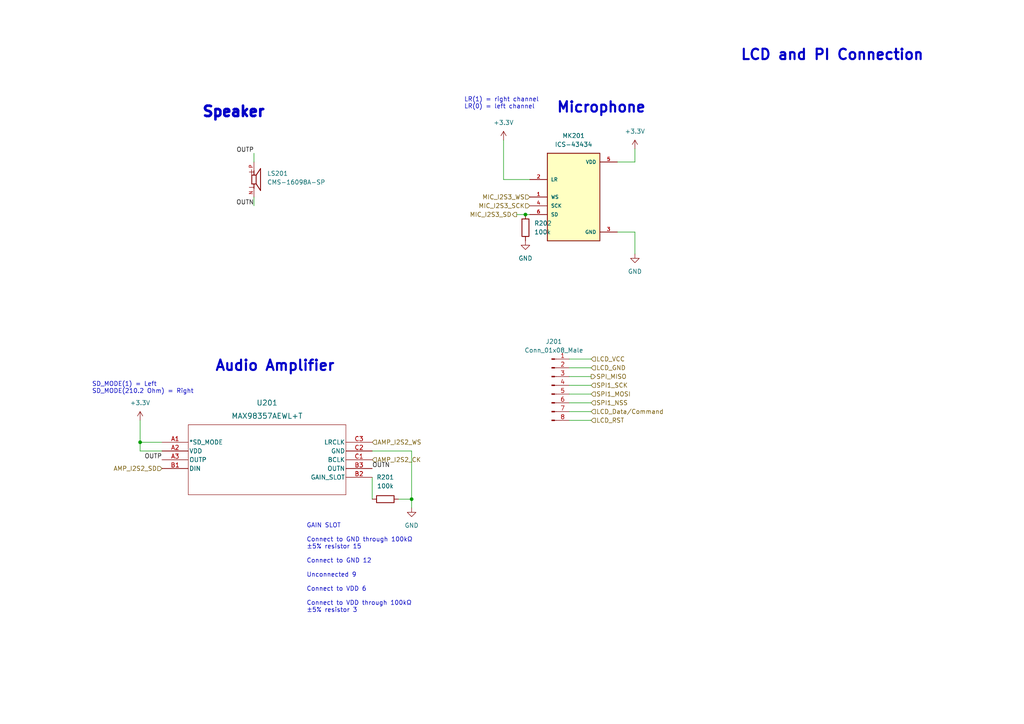
<source format=kicad_sch>
(kicad_sch (version 20211123) (generator eeschema)
  (paper "A4")
  (lib_symbols
    (symbol "2025-02-27_21-45-42:MAX98357AEWL+T" (pin_names (offset 0.254))
      (property "Reference" "U" (at 30.48 10.16 0))
      (property "Value" "MAX98357AEWL+T" (at 30.48 7.62 0))
      (symbol "MAX98357AEWL+T_0_1"
        (polyline (pts (xy 7.62 -15.24) (xy 53.34 -15.24)) (stroke (width 0.127)))
        (polyline (pts (xy 7.62 5.08) (xy 7.62 -15.24)) (stroke (width 0.127)))
        (polyline (pts (xy 53.34 -15.24) (xy 53.34 5.08)) (stroke (width 0.127)))
        (polyline (pts (xy 53.34 5.08) (xy 7.62 5.08)) (stroke (width 0.127)))
        (pin unspecified line (at 0 0 0) (length 7.62) (name "*SD_MODE") (number "A1"))
        (pin power_in line (at 0 -2.54 0) (length 7.62) (name "VDD") (number "A2"))
        (pin output line (at 0 -5.08 0) (length 7.62) (name "OUTP") (number "A3"))
        (pin unspecified line (at 0 -7.62 0) (length 7.62) (name "DIN") (number "B1"))
        (pin unspecified line (at 60.96 -10.16 180) (length 7.62) (name "GAIN_SLOT") (number "B2"))
        (pin output line (at 60.96 -7.62 180) (length 7.62) (name "OUTN") (number "B3"))
        (pin unspecified line (at 60.96 -5.08 180) (length 7.62) (name "BCLK") (number "C1"))
        (pin power_out line (at 60.96 -2.54 180) (length 7.62) (name "GND") (number "C2"))
        (pin unspecified line (at 60.96 0 180) (length 7.62) (name "LRCLK") (number "C3"))
      )
    )
    (symbol "CMS-16098A-SP:CMS-16098A-SP" (pin_names (offset 1.016))
      (property "Reference" "LS" (at -3.8149 8.9014 0))
      (property "Value" "CMS-16098A-SP" (at -3.8252 -11.4755 0))
      (symbol "CMS-16098A-SP_0_0"
        (polyline (pts (xy -0.635 -1.27) (xy -0.635 1.27)) (stroke (width 0.254)))
        (polyline (pts (xy -0.635 1.27) (xy 0 1.27)) (stroke (width 0.254)))
        (polyline (pts (xy 0 -1.27) (xy -0.635 -1.27)) (stroke (width 0.254)))
        (polyline (pts (xy 0 -1.27) (xy 0 -2.54)) (stroke (width 0.254)))
        (polyline (pts (xy 0 1.27) (xy 0 2.54)) (stroke (width 0.254)))
        (polyline (pts (xy 0 1.27) (xy 0.635 1.27)) (stroke (width 0.254)))
        (polyline (pts (xy 0.635 -1.27) (xy 0 -1.27)) (stroke (width 0.254)))
        (polyline (pts (xy 0.635 1.27) (xy 0.635 -1.27)) (stroke (width 0.254)))
        (polyline (pts (xy 0.635 1.27) (xy 1.905 3.175)) (stroke (width 0.254)))
        (polyline (pts (xy 1.905 -3.175) (xy 0.635 -1.27)) (stroke (width 0.254)))
        (polyline (pts (xy 1.905 3.175) (xy 1.905 -3.175)) (stroke (width 0.254)))
        (text "+" (at -1.9116 1.2744 0) (effects (font (size 1.7841 1.7841)) (justify left bottom)))
        (text "-" (at -1.9061 -3.1768 0) (effects (font (size 1.779 1.779)) (justify left bottom)))
        (pin passive line (at 0 -5.08 90) (length 2.54) (name "~") (number "N"))
        (pin passive line (at 0 5.08 270) (length 2.54) (name "~") (number "P"))
      )
    )
    (symbol "Connector:Conn_01x08_Male" (pin_names (offset 1.016) hide)
      (property "Reference" "J" (at 0 10.16 0))
      (property "Value" "Conn_01x08_Male" (at 0 -12.7 0))
      (symbol "Conn_01x08_Male_1_1"
        (polyline (pts (xy 1.27 -10.16) (xy 0.8636 -10.16)) (stroke (width 0.1524)))
        (polyline (pts (xy 1.27 -7.62) (xy 0.8636 -7.62)) (stroke (width 0.1524)))
        (polyline (pts (xy 1.27 -5.08) (xy 0.8636 -5.08)) (stroke (width 0.1524)))
        (polyline (pts (xy 1.27 -2.54) (xy 0.8636 -2.54)) (stroke (width 0.1524)))
        (polyline (pts (xy 1.27 0) (xy 0.8636 0)) (stroke (width 0.1524)))
        (polyline (pts (xy 1.27 2.54) (xy 0.8636 2.54)) (stroke (width 0.1524)))
        (polyline (pts (xy 1.27 5.08) (xy 0.8636 5.08)) (stroke (width 0.1524)))
        (polyline (pts (xy 1.27 7.62) (xy 0.8636 7.62)) (stroke (width 0.1524)))
        (rectangle (start 0.8636 -10.033) (end 0 -10.287) (stroke (width 0.1524)) (fill (type outline)))
        (rectangle (start 0.8636 -7.493) (end 0 -7.747) (stroke (width 0.1524)) (fill (type outline)))
        (rectangle (start 0.8636 -4.953) (end 0 -5.207) (stroke (width 0.1524)) (fill (type outline)))
        (rectangle (start 0.8636 -2.413) (end 0 -2.667) (stroke (width 0.1524)) (fill (type outline)))
        (rectangle (start 0.8636 0.127) (end 0 -0.127) (stroke (width 0.1524)) (fill (type outline)))
        (rectangle (start 0.8636 2.667) (end 0 2.413) (stroke (width 0.1524)) (fill (type outline)))
        (rectangle (start 0.8636 5.207) (end 0 4.953) (stroke (width 0.1524)) (fill (type outline)))
        (rectangle (start 0.8636 7.747) (end 0 7.493) (stroke (width 0.1524)) (fill (type outline)))
        (pin passive line (at 5.08 7.62 180) (length 3.81) (name "Pin_1") (number "1"))
        (pin passive line (at 5.08 5.08 180) (length 3.81) (name "Pin_2") (number "2"))
        (pin passive line (at 5.08 2.54 180) (length 3.81) (name "Pin_3") (number "3"))
        (pin passive line (at 5.08 0 180) (length 3.81) (name "Pin_4") (number "4"))
        (pin passive line (at 5.08 -2.54 180) (length 3.81) (name "Pin_5") (number "5"))
        (pin passive line (at 5.08 -5.08 180) (length 3.81) (name "Pin_6") (number "6"))
        (pin passive line (at 5.08 -7.62 180) (length 3.81) (name "Pin_7") (number "7"))
        (pin passive line (at 5.08 -10.16 180) (length 3.81) (name "Pin_8") (number "8"))
      )
    )
    (symbol "Device:R" (pin_numbers hide) (pin_names (offset 0))
      (property "Reference" "R" (at 2.032 0 90))
      (property "Value" "R" (at 0 0 90))
      (symbol "R_0_1"
        (rectangle (start -1.016 -2.54) (end 1.016 2.54) (stroke (width 0.254)))
      )
      (symbol "R_1_1"
        (pin passive line (at 0 3.81 270) (length 1.27) (name "~") (number "1"))
        (pin passive line (at 0 -3.81 90) (length 1.27) (name "~") (number "2"))
      )
    )
    (symbol "ICS-43434:ICS-43434" (pin_names (offset 1.016))
      (property "Reference" "MK" (at -7.6616 12.7693 0))
      (property "Value" "ICS-43434" (at -7.6751 -15.3501 0))
      (symbol "ICS-43434_0_0"
        (rectangle (start -7.62 -12.7) (end 7.62 12.7) (stroke (width 0.254)) (fill (type background)))
        (pin input line (at -12.7 0 0) (length 5.08) (name "WS") (number "1"))
        (pin input line (at -12.7 5.08 0) (length 5.08) (name "LR") (number "2"))
        (pin power_in line (at 12.7 -10.16 180) (length 5.08) (name "GND") (number "3"))
        (pin input line (at -12.7 -2.54 0) (length 5.08) (name "SCK") (number "4"))
        (pin power_in line (at 12.7 10.16 180) (length 5.08) (name "VDD") (number "5"))
        (pin output line (at -12.7 -5.08 0) (length 5.08) (name "SD") (number "6"))
      )
    )
    (symbol "power:+3.3V" (power) (pin_names (offset 0))
      (property "Value" "+3.3V" (at 0 3.556 0))
      (symbol "+3.3V_0_1"
        (polyline (pts (xy -0.762 1.27) (xy 0 2.54)))
        (polyline (pts (xy 0 0) (xy 0 2.54)))
        (polyline (pts (xy 0 2.54) (xy 0.762 1.27)))
      )
      (symbol "+3.3V_1_1"
        (pin power_in line (at 0 0 90) (length 0) hide (name "+3.3V") (number "1"))
      )
    )
    (symbol "power:GND" (power) (pin_names (offset 0))
      (property "Value" "GND" (at 0 -3.81 0))
      (symbol "GND_0_1"
        (polyline (pts (xy 0 0) (xy 0 -1.27) (xy 1.27 -1.27) (xy 0 -2.54) (xy -1.27 -1.27) (xy 0 -1.27)))
      )
      (symbol "GND_1_1"
        (pin power_in line (at 0 0 270) (length 0) hide (name "GND") (number "1"))
      )
    )
  )
  (junction (at 152.4 62.23))
  (junction (at 119.38 144.78))
  (junction (at 40.64 128.27))
  (wire (pts (xy 46.99 128.27) (xy 40.64 128.27)))
  (wire (pts (xy 184.15 43.18) (xy 184.15 46.99)))
  (wire (pts (xy 153.67 52.07) (xy 146.05 52.07)))
  (wire (pts (xy 152.4 62.23) (xy 153.67 62.23)))
  (wire (pts (xy 171.45 109.22) (xy 165.1 109.22)))
  (wire (pts (xy 146.05 40.64) (xy 146.05 52.07)))
  (wire (pts (xy 149.86 62.23) (xy 152.4 62.23)))
  (wire (pts (xy 171.45 119.38) (xy 165.1 119.38)))
  (wire (pts (xy 40.64 121.92) (xy 40.64 128.27)))
  (wire (pts (xy 73.66 44.45) (xy 73.66 46.99)))
  (wire (pts (xy 119.38 130.81) (xy 119.38 144.78)))
  (wire (pts (xy 107.95 144.78) (xy 107.95 138.43)))
  (wire (pts (xy 171.45 116.84) (xy 165.1 116.84)))
  (wire (pts (xy 40.64 130.81) (xy 40.64 128.27)))
  (wire (pts (xy 171.45 114.3) (xy 165.1 114.3)))
  (wire (pts (xy 184.15 67.31) (xy 184.15 73.66)))
  (wire (pts (xy 171.45 121.92) (xy 165.1 121.92)))
  (wire (pts (xy 179.07 46.99) (xy 184.15 46.99)))
  (wire (pts (xy 171.45 111.76) (xy 165.1 111.76)))
  (wire (pts (xy 179.07 67.31) (xy 184.15 67.31)))
  (wire (pts (xy 73.66 59.69) (xy 73.66 57.15)))
  (wire (pts (xy 171.45 104.14) (xy 165.1 104.14)))
  (wire (pts (xy 46.99 130.81) (xy 40.64 130.81)))
  (wire (pts (xy 171.45 106.68) (xy 165.1 106.68)))
  (wire (pts (xy 119.38 144.78) (xy 119.38 147.32)))
  (wire (pts (xy 107.95 130.81) (xy 119.38 130.81)))
  (wire (pts (xy 115.57 144.78) (xy 119.38 144.78)))
  (text "GAIN SLOT\n\nConnect to GND through 100kΩ\n±5% resistor 15\n\nConnect to GND 12\n\nUnconnected 9\n\nConnect to VDD 6\n\nConnect to VDD through 100kΩ\n±5% resistor 3" (at 88.9 177.8 0) (effects (font (size 1.27 1.27)) (justify left bottom)))
  (text "SD_MODE(1) = Left\nSD_MODE(210.2 Ohm) = Right\n" (at 26.67 114.3 0) (effects (font (size 1.27 1.27)) (justify left bottom)))
  (text "Audio Amplifier\n" (at 62.23 107.95 0) (effects (font (size 3 3) (thickness 0.6) bold) (justify left bottom)))
  (text "Microphone\n" (at 161.29 33.02 0) (effects (font (size 3 3) (thickness 0.6) bold) (justify left bottom)))
  (text "LCD and PI Connection\n" (at 214.63 17.78 0) (effects (font (size 3 3) (thickness 0.6) bold) (justify left bottom)))
  (text "LR(1) = right channel\nLR(0) = left channel\n" (at 134.62 31.75 0) (effects (font (size 1.27 1.27)) (justify left bottom)))
  (text "Speaker\n" (at 58.42 34.29 0) (effects (font (size 3 3) (thickness 1) bold) (justify left bottom)))
  (label "OUTN" (at 73.66 59.69 180))
  (label "OUTN" (at 107.95 135.89 0))
  (label "OUTP" (at 73.66 44.45 180))
  (label "OUTP" (at 46.99 133.35 180))
  (hierarchical_label "LCD_GND" (shape input) (at 171.45 106.68 0))
  (hierarchical_label "SPI_MISO" (shape output) (at 171.45 109.22 0))
  (hierarchical_label "AMP_I2S2_SD" (shape input) (at 46.99 135.89 180))
  (hierarchical_label "MIC_I2S3_SCK" (shape input) (at 153.67 59.69 180))
  (hierarchical_label "SPI1_NSS" (shape input) (at 171.45 116.84 0))
  (hierarchical_label "LCD_Data{slash}Command" (shape input) (at 171.45 119.38 0))
  (hierarchical_label "SPI1_SCK" (shape input) (at 171.45 111.76 0))
  (hierarchical_label "MIC_I2S3_WS" (shape input) (at 153.67 57.15 180))
  (hierarchical_label "LCD_RST" (shape input) (at 171.45 121.92 0))
  (hierarchical_label "MIC_I2S3_SD" (shape output) (at 149.86 62.23 180))
  (hierarchical_label "LCD_VCC" (shape input) (at 171.45 104.14 0))
  (hierarchical_label "AMP_I2S2_WS" (shape input) (at 107.95 128.27 0))
  (hierarchical_label "SPI1_MOSI" (shape input) (at 171.45 114.3 0))
  (hierarchical_label "AMP_I2S2_CK" (shape input) (at 107.95 133.35 0))
  (symbol (lib_id "Device:R") (at 152.4 66.04 0) (unit 1)
    (property "Reference" "R202" (at 154.94 64.7699 0) (effects (justify left)))
    (property "Value" "100k" (at 154.94 67.3099 0) (effects (justify left)))
    (property "Footprint" "Resistor_SMD:R_0805_2012Metric_Pad1.20x1.40mm_HandSolder" (effects hide))
  )
  (symbol (lib_id "power:+3.3V") (at 184.15 43.18 0) (unit 1)
    (property "Reference" "#PWR0108" (effects hide))
    (property "Value" "+3.3V" (at 184.15 38.1 0))
  )
  (symbol (lib_id "ICS-43434:ICS-43434") (at 166.37 57.15 0) (unit 1)
    (property "Reference" "MK201" (at 166.37 39.37 0))
    (property "Value" "ICS-43434" (at 166.37 41.91 0))
    (property "Footprint" "ICS_43434(MIC):MIC_ICS-43434" (effects hide))
    (property "MF" "TDK-InvenSense" (effects hide))
    (property "DESCRIPTION" "Multi-Mode Microphone with I2S Digital Output" (effects hide))
    (property "PACKAGE" "LGA-6 TDK-InvenSense" (effects hide))
    (property "PRICE" "2.43 USD" (effects hide))
    (property "MP" "ICS-43434" (effects hide))
    (property "AVAILABILITY" "Bad" (effects hide))
  )
  (symbol (lib_id "Device:R") (at 111.76 144.78 270) (unit 1)
    (property "Reference" "R201" (at 111.76 138.43 90))
    (property "Value" "100k" (at 111.76 140.97 90))
    (property "Footprint" "Resistor_SMD:R_0805_2012Metric_Pad1.20x1.40mm_HandSolder" (effects hide))
  )
  (symbol (lib_id "power:+3.3V") (at 146.05 40.64 0) (unit 1)
    (property "Reference" "#PWR0107" (effects hide))
    (property "Value" "+3.3V" (at 146.05 35.56 0))
  )
  (symbol (lib_id "2025-02-27_21-45-42:MAX98357AEWL+T") (at 46.99 128.27 0) (unit 1)
    (property "Reference" "U201" (at 77.47 116.84 0) (effects (font (size 1.524 1.524))))
    (property "Value" "MAX98357AEWL+T" (at 77.47 120.65 0) (effects (font (size 1.524 1.524))))
    (property "Footprint" "MAX98357AEWL_T(Audio Amp):21-0896B_9_MXM" (effects hide))
    (property "Datasheet" "MAX98357AEWL+T" (effects hide))
  )
  (symbol (lib_id "CMS-16098A-SP:CMS-16098A-SP") (at 73.66 52.07 0) (unit 1)
    (property "Reference" "LS201" (at 77.47 50.3146 0) (effects (justify left)))
    (property "Value" "CMS-16098A-SP" (at 77.47 52.8546 0) (effects (justify left)))
    (property "Footprint" "CMS_16098A_SP(Speaker):CUI_CMS-16098A-SP" (effects hide))
    (property "MF" "CUI" (effects hide))
    (property "DESCRIPTION" "16 x 9 mm, Rectangular Frame , 0.8 W, 8 Ohm, Neodymium Magnet, Mylar Cone" (effects hide))
    (property "PACKAGE" "CUI" (effects hide))
    (property "PRICE" "1.52 USD" (effects hide))
    (property "MP" "CMS-16098A-SP" (effects hide))
    (property "AVAILABILITY" "Warning" (effects hide))
  )
  (symbol (lib_id "Connector:Conn_01x08_Male") (at 160.02 111.76 0) (unit 1)
    (property "Reference" "J201" (at 160.655 99.06 0))
    (property "Value" "Conn_01x08_Male" (at 160.655 101.6 0))
    (property "Footprint" "Connector_PinSocket_2.54mm:PinSocket_1x08_P2.54mm_Vertical" (effects hide))
  )
  (symbol (lib_id "power:GND") (at 119.38 147.32 0) (unit 1)
    (property "Reference" "#PWR0105" (effects hide))
    (property "Value" "GND" (at 119.38 152.4 0))
  )
  (symbol (lib_id "power:GND") (at 184.15 73.66 0) (unit 1)
    (property "Reference" "#PWR0109" (effects hide))
    (property "Value" "GND" (at 184.15 78.74 0))
  )
  (symbol (lib_id "power:+3.3V") (at 40.64 121.92 0) (unit 1)
    (property "Reference" "#PWR0106" (effects hide))
    (property "Value" "+3.3V" (at 40.64 116.84 0))
  )
  (symbol (lib_id "power:GND") (at 152.4 69.85 0) (unit 1)
    (property "Reference" "#PWR0110" (effects hide))
    (property "Value" "GND" (at 152.4 74.93 0))
  )
)
</source>
